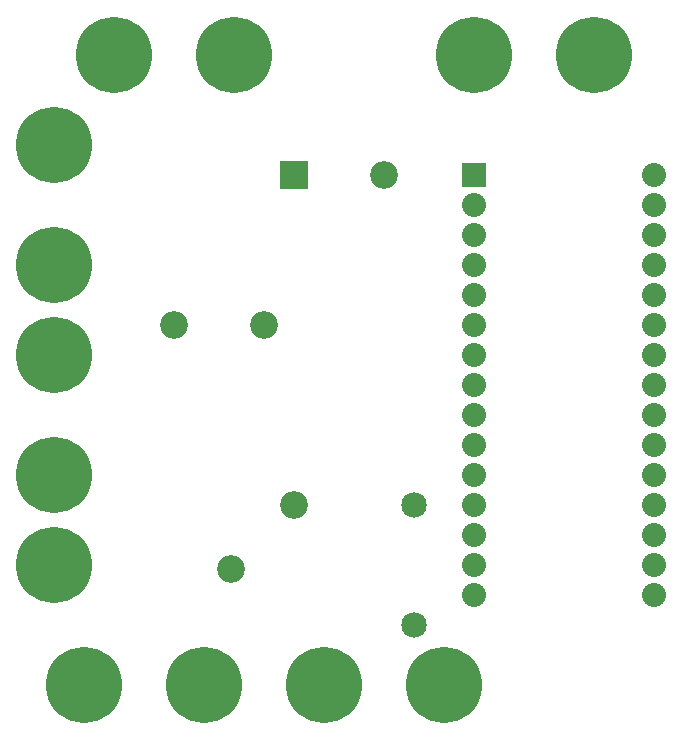
<source format=gts>
G04 MADE WITH FRITZING*
G04 WWW.FRITZING.ORG*
G04 DOUBLE SIDED*
G04 HOLES PLATED*
G04 CONTOUR ON CENTER OF CONTOUR VECTOR*
%ASAXBY*%
%FSLAX23Y23*%
%MOIN*%
%OFA0B0*%
%SFA1.0B1.0*%
%ADD10C,0.080000*%
%ADD11C,0.092000*%
%ADD12C,0.085000*%
%ADD13C,0.254000*%
%ADD14R,0.079972X0.080000*%
%ADD15R,0.092000X0.092000*%
%ADD16C,0.030000*%
%LNMASK1*%
G90*
G70*
G54D10*
X1689Y1984D03*
X1689Y1884D03*
X1689Y1784D03*
X1689Y1684D03*
X1689Y1584D03*
X1689Y1484D03*
X1689Y1384D03*
X1689Y1284D03*
X1689Y1184D03*
X1689Y1084D03*
X1689Y984D03*
X1689Y884D03*
X1689Y784D03*
X1689Y684D03*
X1689Y584D03*
X2289Y1984D03*
X2289Y1884D03*
X2289Y1784D03*
X2289Y1684D03*
X2289Y1584D03*
X2289Y1484D03*
X2289Y1384D03*
X2289Y1284D03*
X2289Y1184D03*
X2289Y1084D03*
X2289Y984D03*
X2289Y884D03*
X2289Y784D03*
X2289Y684D03*
X2289Y584D03*
G54D11*
X1089Y884D03*
X877Y672D03*
G54D12*
X1489Y484D03*
X1489Y884D03*
G54D13*
X289Y684D03*
X289Y684D03*
X389Y284D03*
X389Y284D03*
X1589Y284D03*
X1589Y284D03*
X289Y984D03*
X289Y984D03*
X289Y1684D03*
X289Y1684D03*
X289Y2084D03*
X289Y2084D03*
X1689Y2384D03*
X1689Y2384D03*
X889Y2384D03*
X889Y2384D03*
X289Y1384D03*
X289Y1384D03*
X489Y2384D03*
X489Y2384D03*
X2089Y2384D03*
X2089Y2384D03*
X789Y284D03*
X789Y284D03*
X1189Y284D03*
X1189Y284D03*
G54D11*
X1089Y1984D03*
X1389Y1984D03*
X989Y1484D03*
X689Y1484D03*
G54D14*
X1689Y1984D03*
G54D15*
X1089Y1984D03*
G54D16*
G36*
X1089Y840D02*
X1045Y884D01*
X1089Y928D01*
X1133Y884D01*
X1089Y840D01*
G37*
D02*
G36*
X958Y1453D02*
X958Y1515D01*
X1020Y1515D01*
X1020Y1453D01*
X958Y1453D01*
G37*
D02*
G04 End of Mask1*
M02*
</source>
